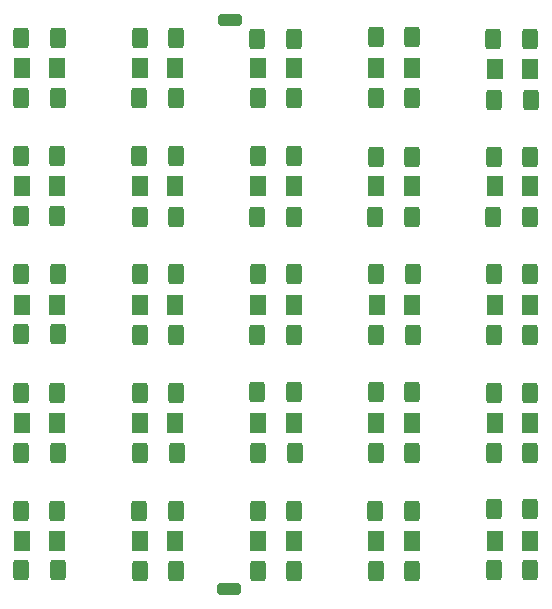
<source format=gts>
G04 #@! TF.GenerationSoftware,KiCad,Pcbnew,7.0.8*
G04 #@! TF.CreationDate,2024-03-09T11:55:45+01:00*
G04 #@! TF.ProjectId,v2-raster,76322d72-6173-4746-9572-2e6b69636164,rev?*
G04 #@! TF.SameCoordinates,Original*
G04 #@! TF.FileFunction,Soldermask,Top*
G04 #@! TF.FilePolarity,Negative*
%FSLAX46Y46*%
G04 Gerber Fmt 4.6, Leading zero omitted, Abs format (unit mm)*
G04 Created by KiCad (PCBNEW 7.0.8) date 2024-03-09 11:55:45*
%MOMM*%
%LPD*%
G01*
G04 APERTURE LIST*
G04 Aperture macros list*
%AMRoundRect*
0 Rectangle with rounded corners*
0 $1 Rounding radius*
0 $2 $3 $4 $5 $6 $7 $8 $9 X,Y pos of 4 corners*
0 Add a 4 corners polygon primitive as box body*
4,1,4,$2,$3,$4,$5,$6,$7,$8,$9,$2,$3,0*
0 Add four circle primitives for the rounded corners*
1,1,$1+$1,$2,$3*
1,1,$1+$1,$4,$5*
1,1,$1+$1,$6,$7*
1,1,$1+$1,$8,$9*
0 Add four rect primitives between the rounded corners*
20,1,$1+$1,$2,$3,$4,$5,0*
20,1,$1+$1,$4,$5,$6,$7,0*
20,1,$1+$1,$6,$7,$8,$9,0*
20,1,$1+$1,$8,$9,$2,$3,0*%
G04 Aperture macros list end*
%ADD10RoundRect,0.250000X-0.400000X-0.625000X0.400000X-0.625000X0.400000X0.625000X-0.400000X0.625000X0*%
%ADD11RoundRect,0.250001X-0.462499X-0.624999X0.462499X-0.624999X0.462499X0.624999X-0.462499X0.624999X0*%
%ADD12RoundRect,0.250000X0.750000X-0.250000X0.750000X0.250000X-0.750000X0.250000X-0.750000X-0.250000X0*%
G04 APERTURE END LIST*
D10*
X103400000Y-72450000D03*
X106500000Y-72450000D03*
X103450000Y-87500000D03*
X106550000Y-87500000D03*
D11*
X103512500Y-75000000D03*
X106487500Y-75000000D03*
D12*
X121000000Y-109050000D03*
D10*
X133450000Y-107550000D03*
X136550000Y-107550000D03*
D11*
X133512500Y-64950000D03*
X136487500Y-64950000D03*
X133512500Y-105000000D03*
X136487500Y-105000000D03*
D10*
X103450000Y-62400000D03*
X106550000Y-62400000D03*
X113450000Y-107550000D03*
X116550000Y-107550000D03*
D11*
X143512500Y-105000000D03*
X146487500Y-105000000D03*
X103512500Y-65000000D03*
X106487500Y-65000000D03*
D12*
X121100000Y-60900000D03*
D10*
X113450000Y-92450000D03*
X116550000Y-92450000D03*
X103450000Y-67550000D03*
X106550000Y-67550000D03*
D11*
X123512500Y-75000000D03*
X126487500Y-75000000D03*
D10*
X123450000Y-107550000D03*
X126550000Y-107550000D03*
D11*
X103512500Y-95000000D03*
X106487500Y-95000000D03*
X133512500Y-95000000D03*
X136487500Y-95000000D03*
D10*
X123400000Y-92400000D03*
X126500000Y-92400000D03*
D11*
X143512500Y-75000000D03*
X146487500Y-75000000D03*
D10*
X133450000Y-97600000D03*
X136550000Y-97600000D03*
X123450000Y-72450000D03*
X126550000Y-72450000D03*
X123450000Y-82450000D03*
X126550000Y-82450000D03*
D11*
X143512500Y-65050000D03*
X146487500Y-65050000D03*
D10*
X103400000Y-77500000D03*
X106500000Y-77500000D03*
X113450000Y-62450000D03*
X116550000Y-62450000D03*
D11*
X113512500Y-65000000D03*
X116487500Y-65000000D03*
X123512500Y-65000000D03*
X126487500Y-65000000D03*
D10*
X113400000Y-72450000D03*
X116500000Y-72450000D03*
X133450000Y-62350000D03*
X136550000Y-62350000D03*
X143500000Y-67650000D03*
X146600000Y-67650000D03*
D11*
X123512500Y-85000000D03*
X126487500Y-85000000D03*
X123512500Y-95000000D03*
X126487500Y-95000000D03*
D10*
X143400000Y-77550000D03*
X146500000Y-77550000D03*
X113400000Y-102450000D03*
X116500000Y-102450000D03*
X143450000Y-82450000D03*
X146550000Y-82450000D03*
X143400000Y-62500000D03*
X146500000Y-62500000D03*
X103450000Y-97550000D03*
X106550000Y-97550000D03*
X123400000Y-87550000D03*
X126500000Y-87550000D03*
X143450000Y-97550000D03*
X146550000Y-97550000D03*
X133400000Y-77600000D03*
X136500000Y-77600000D03*
X123400000Y-62500000D03*
X126500000Y-62500000D03*
X143450000Y-87550000D03*
X146550000Y-87550000D03*
X123450000Y-102450000D03*
X126550000Y-102450000D03*
D11*
X143512500Y-85000000D03*
X146487500Y-85000000D03*
D10*
X143450000Y-72500000D03*
X146550000Y-72500000D03*
X143450000Y-107500000D03*
X146550000Y-107500000D03*
X133500000Y-82450000D03*
X136600000Y-82450000D03*
D11*
X133512500Y-75000000D03*
X136487500Y-75000000D03*
D10*
X133450000Y-67550000D03*
X136550000Y-67550000D03*
X103450000Y-82450000D03*
X106550000Y-82450000D03*
X123450000Y-67550000D03*
X126550000Y-67550000D03*
D11*
X113512500Y-95000000D03*
X116487500Y-95000000D03*
X123512500Y-105000000D03*
X126487500Y-105000000D03*
X113512500Y-85000000D03*
X116487500Y-85000000D03*
D10*
X113450000Y-77600000D03*
X116550000Y-77600000D03*
X113500000Y-97550000D03*
X116600000Y-97550000D03*
X123500000Y-97550000D03*
X126600000Y-97550000D03*
D11*
X143512500Y-95000000D03*
X146487500Y-95000000D03*
D10*
X143450000Y-102300000D03*
X146550000Y-102300000D03*
X113450000Y-82450000D03*
X116550000Y-82450000D03*
D11*
X103512500Y-85000000D03*
X106487500Y-85000000D03*
X103512500Y-105000000D03*
X106487500Y-105000000D03*
X133562500Y-85000000D03*
X136537500Y-85000000D03*
X113512500Y-75000000D03*
X116487500Y-75000000D03*
D10*
X133500000Y-87550000D03*
X136600000Y-87550000D03*
X143450000Y-92450000D03*
X146550000Y-92450000D03*
X113400000Y-67550000D03*
X116500000Y-67550000D03*
X103450000Y-107500000D03*
X106550000Y-107500000D03*
X133450000Y-72500000D03*
X136550000Y-72500000D03*
X103400000Y-92450000D03*
X106500000Y-92450000D03*
X133400000Y-102450000D03*
X136500000Y-102450000D03*
X123400000Y-77600000D03*
X126500000Y-77600000D03*
X133450000Y-92400000D03*
X136550000Y-92400000D03*
D11*
X113512500Y-105000000D03*
X116487500Y-105000000D03*
D10*
X103400000Y-102450000D03*
X106500000Y-102450000D03*
X113450000Y-87550000D03*
X116550000Y-87550000D03*
M02*

</source>
